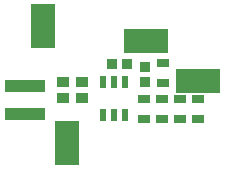
<source format=gbr>
%TF.GenerationSoftware,Altium Limited,Altium Designer,22.7.1 (60)*%
G04 Layer_Color=8421504*
%FSLAX45Y45*%
%MOMM*%
%TF.SameCoordinates,68DCCB5C-BDD4-49BB-AA05-A609E45632DA*%
%TF.FilePolarity,Positive*%
%TF.FileFunction,Paste,Top*%
%TF.Part,Single*%
G01*
G75*
%TA.AperFunction,SMDPad,CuDef*%
%ADD10R,0.60000X1.00000*%
%TA.AperFunction,ConnectorPad*%
%ADD11R,1.05000X0.65000*%
%TA.AperFunction,SMDPad,CuDef*%
%ADD12R,2.03000X3.80000*%
%TA.AperFunction,ConnectorPad*%
%ADD13R,0.95000X0.85000*%
%TA.AperFunction,SMDPad,CuDef*%
%ADD14R,1.05000X0.65000*%
%ADD15R,1.00000X0.90000*%
%ADD16R,0.85000X0.95000*%
%ADD17R,3.80000X2.03000*%
%ADD18R,3.40000X0.98000*%
D10*
X14078200Y3418500D02*
D03*
X14173199D02*
D03*
X14268201D02*
D03*
Y3693500D02*
D03*
X14173199D02*
D03*
X14078200D02*
D03*
D11*
X14884399Y3552100D02*
D03*
Y3382100D02*
D03*
X14584680Y3689440D02*
D03*
Y3859440D02*
D03*
X14579601Y3552100D02*
D03*
Y3382100D02*
D03*
X14732001Y3552100D02*
D03*
Y3382100D02*
D03*
D12*
X13776961Y3185160D02*
D03*
X13573759Y4170680D02*
D03*
D13*
X14439900Y3824200D02*
D03*
Y3694200D02*
D03*
D14*
X14427200Y3552100D02*
D03*
Y3382100D02*
D03*
D15*
X13906500Y3699700D02*
D03*
Y3564700D02*
D03*
X13741400Y3699700D02*
D03*
Y3564700D02*
D03*
D16*
X14157500Y3848100D02*
D03*
X14287500D02*
D03*
D17*
X14884399Y3708400D02*
D03*
X14442439Y4043680D02*
D03*
D18*
X13423900Y3661800D02*
D03*
Y3424800D02*
D03*
%TF.MD5,37ce760c05114d422847826734469c2c*%
M02*

</source>
